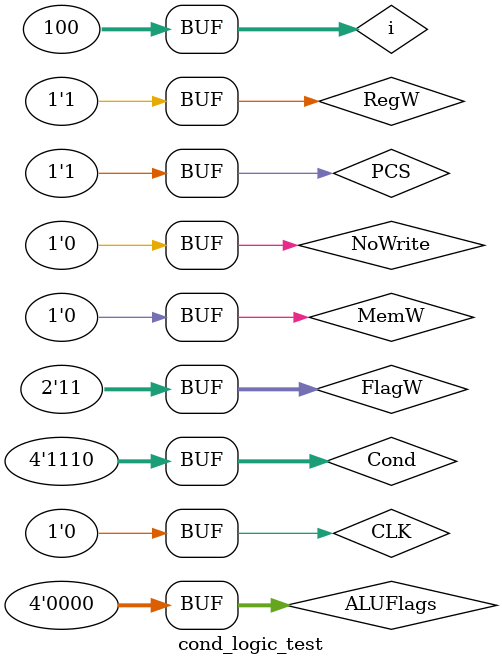
<source format=v>
`timescale 1ns / 1ps


module cond_logic_test;

reg CLK = 0;
reg PCS = 0;
reg RegW = 0;
reg NoWrite = 0;
reg MemW = 0;
reg [1:0] FlagW = 2'b00;
reg [3:0] Cond = 4'b0000;
reg [3:0] ALUFlags = 4'b0000;
wire PCSrc;
wire RegWrite;
wire MemWrite;
//wire [3:0] flags;

CondLogic uut(CLK,PCS,RegW,NoWrite,MemW,FlagW,Cond,ALUFlags,PCSrc,RegWrite,MemWrite);
//CondLogic uut(CLK,PCS,RegW,NoWrite,MemW,FlagW,Cond,ALUFlags,PCSrc,RegWrite,MemWrite,flags);

integer i;

initial begin
    #1 Cond = 4'b1110;
    #1 FlagW = 2'b11;
    #1 PCS = 1;
    RegW = 1;
    ALUFlags = 4'b0000; 
    for (i=0;i<100;i=i+1) begin
    #1 CLK = ~CLK;
    end
end

endmodule

</source>
